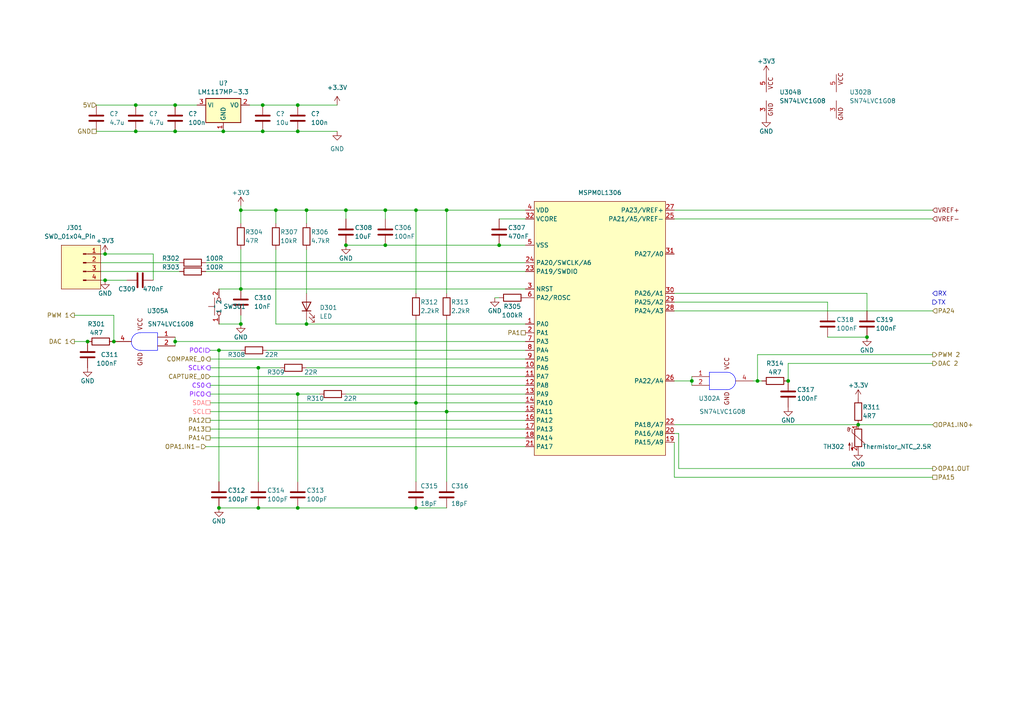
<source format=kicad_sch>
(kicad_sch (version 20230121) (generator eeschema)
  (paper "A4")
  (lib_symbols
    (symbol "+3.3V_1" (power) (pin_numbers hide) (pin_names (offset 0) hide)
      (property "Value" "+3.3V_1" (at 0 3.556 0))
      (symbol "+3.3V_1_0_1"
        (polyline (pts (xy -0.762 1.27) (xy 0 2.54)))
        (polyline (pts (xy 0 0) (xy 0 2.54)))
        (polyline (pts (xy 0 2.54) (xy 0.762 1.27)))
      )
      (symbol "+3.3V_1_1_1"
        (pin power_in line (at 0 0 90) (length 0) hide (name "+3.3V") (number "1"))
      )
    )
    (symbol "00_Myself_Library:C_0603_470nF" (pin_numbers hide) (pin_names (offset 0.254))
      (property "Reference" "C" (at -3.683 7.112 0))
      (property "Value" "470nF" (at -3.81 5.08 0))
      (symbol "C_0603_470nF_0_1"
        (polyline (pts (xy -0.762 2.032) (xy -0.762 -2.032)) (stroke (width 0.508)))
        (polyline (pts (xy 0.762 2.032) (xy 0.762 -2.032)) (stroke (width 0.508)))
      )
      (symbol "C_0603_470nF_1_1"
        (pin passive line (at 3.81 0 180) (length 2.794) (name "~") (number "1"))
        (pin passive line (at -3.81 0 0) (length 2.794) (name "~") (number "2"))
      )
    )
    (symbol "00_Myself_Library:C_0805_100nF" (pin_numbers hide) (pin_names (offset 0) hide)
      (property "Reference" "C" (at -2.54 6.35 0))
      (property "Value" "100nF" (at 0 3.81 0))
      (symbol "C_0805_100nF_0_1"
        (polyline (pts (xy -0.762 2.032) (xy -0.762 -2.032)) (stroke (width 0.508)))
        (polyline (pts (xy 0.762 2.032) (xy 0.762 -2.032)) (stroke (width 0.508)))
      )
      (symbol "C_0805_100nF_1_1"
        (pin passive line (at 3.81 0 180) (length 2.794) (name "~") (number "1"))
        (pin passive line (at -3.81 0 0) (length 2.794) (name "~") (number "2"))
      )
    )
    (symbol "00_Myself_Library:C_0805_100pF" (pin_numbers hide) (pin_names (offset 0) hide)
      (property "Reference" "C" (at -2.54 8.89 0))
      (property "Value" "100pF" (at 0 6.35 0))
      (symbol "C_0805_100pF_0_1"
        (polyline (pts (xy -0.762 2.032) (xy -0.762 -2.032)) (stroke (width 0.508)))
        (polyline (pts (xy 0.762 2.032) (xy 0.762 -2.032)) (stroke (width 0.508)))
      )
      (symbol "C_0805_100pF_1_1"
        (pin passive line (at 3.81 0 180) (length 2.794) (name "~") (number "1"))
        (pin passive line (at -3.81 0 0) (length 2.794) (name "~") (number "2"))
      )
    )
    (symbol "00_Myself_Library:C_0805_10nF" (pin_numbers hide) (pin_names (offset 0) hide)
      (property "Reference" "C" (at -2.54 8.89 0))
      (property "Value" "10nF" (at 0 6.35 0))
      (symbol "C_0805_10nF_0_1"
        (polyline (pts (xy -0.762 2.032) (xy -0.762 -2.032)) (stroke (width 0.508)))
        (polyline (pts (xy 0.762 2.032) (xy 0.762 -2.032)) (stroke (width 0.508)))
      )
      (symbol "C_0805_10nF_1_1"
        (pin passive line (at 3.81 0 180) (length 2.794) (name "~") (number "1"))
        (pin passive line (at -3.81 0 0) (length 2.794) (name "~") (number "2"))
      )
    )
    (symbol "00_Myself_Library:C_0805_10uF" (pin_numbers hide) (pin_names (offset 0) hide)
      (property "Reference" "C" (at -2.54 6.35 0))
      (property "Value" "C_10uF" (at 0 3.81 0))
      (symbol "C_0805_10uF_0_1"
        (polyline (pts (xy -0.762 2.032) (xy -0.762 -2.032)) (stroke (width 0.508)))
        (polyline (pts (xy 0.762 2.032) (xy 0.762 -2.032)) (stroke (width 0.508)))
      )
      (symbol "C_0805_10uF_1_1"
        (pin passive line (at 3.81 0 180) (length 2.794) (name "~") (number "1"))
        (pin passive line (at -3.81 0 0) (length 2.794) (name "~") (number "2"))
      )
    )
    (symbol "00_Myself_Library:C_0805_18pF" (pin_numbers hide) (pin_names (offset 0) hide)
      (property "Reference" "C" (at -2.54 8.89 0))
      (property "Value" "18pF" (at 0 6.35 0))
      (symbol "C_0805_18pF_0_1"
        (polyline (pts (xy -0.762 2.032) (xy -0.762 -2.032)) (stroke (width 0.508)))
        (polyline (pts (xy 0.762 2.032) (xy 0.762 -2.032)) (stroke (width 0.508)))
      )
      (symbol "C_0805_18pF_1_1"
        (pin passive line (at 3.81 0 180) (length 2.794) (name "~") (number "1"))
        (pin passive line (at -3.81 0 0) (length 2.794) (name "~") (number "2"))
      )
    )
    (symbol "00_Myself_Library:LED" (pin_numbers hide) (pin_names (offset 1.016) hide)
      (property "Reference" "D" (at 0 2.54 0))
      (property "Value" "LED" (at 0 -2.54 0))
      (symbol "LED_0_1"
        (polyline (pts (xy -1.27 -1.27) (xy -1.27 1.27)) (stroke (width 0.254)))
        (polyline (pts (xy -1.27 0) (xy 1.27 0)))
        (polyline (pts (xy 1.27 -1.27) (xy 1.27 1.27) (xy -1.27 0) (xy 1.27 -1.27)) (stroke (width 0.254)))
        (polyline (pts (xy -3.048 -0.762) (xy -4.572 -2.286) (xy -3.81 -2.286) (xy -4.572 -2.286) (xy -4.572 -1.524)))
        (polyline (pts (xy -1.778 -0.762) (xy -3.302 -2.286) (xy -2.54 -2.286) (xy -3.302 -2.286) (xy -3.302 -1.524)))
      )
      (symbol "LED_1_1"
        (pin passive line (at -3.81 0 0) (length 2.54) (name "K") (number "1"))
        (pin passive line (at 3.81 0 180) (length 2.54) (name "A") (number "2"))
      )
    )
    (symbol "00_Myself_Library:MCU_MSPM0L1306"
      (property "Value" "MSPM0L1306" (at 0 40.64 0))
      (symbol "MCU_MSPM0L1306_1_0"
        (pin input line (at -21.59 20.32 0) (length 2.54) (name "PA20/SWCLK/A6") (number "24"))
      )
      (symbol "MCU_MSPM0L1306_1_1"
        (rectangle (start -19.05 38.1) (end 19.05 -35.56) (fill (type background)))
        (pin passive line (at -21.59 2.54 0) (length 2.54) (name "PA0") (number "1"))
        (pin passive line (at -21.59 -10.16 0) (length 2.54) (name "PA6") (number "10"))
        (pin passive line (at -21.59 -12.7 0) (length 2.54) (name "PA7") (number "11"))
        (pin passive line (at -21.59 -15.24 0) (length 2.54) (name "PA8") (number "12"))
        (pin passive line (at -21.59 -17.78 0) (length 2.54) (name "PA9") (number "13"))
        (pin passive line (at -21.59 -20.32 0) (length 2.54) (name "PA10") (number "14"))
        (pin passive line (at -21.59 -22.86 0) (length 2.54) (name "PA11") (number "15"))
        (pin passive line (at -21.59 -25.4 0) (length 2.54) (name "PA12") (number "16"))
        (pin passive line (at -21.59 -27.94 0) (length 2.54) (name "PA13") (number "17"))
        (pin passive line (at -21.59 -30.48 0) (length 2.54) (name "PA14") (number "18"))
        (pin passive line (at 21.59 -31.75 180) (length 2.54) (name "PA15/A9") (number "19"))
        (pin passive line (at -21.59 0 0) (length 2.54) (name "PA1") (number "2"))
        (pin passive line (at 21.59 -29.21 180) (length 2.54) (name "PA16/A8") (number "20"))
        (pin passive line (at -21.59 -33.02 0) (length 2.54) (name "PA17") (number "21"))
        (pin passive line (at 21.59 -26.67 180) (length 2.54) (name "PA18/A7") (number "22"))
        (pin bidirectional line (at -21.59 17.78 0) (length 2.54) (name "PA19/SWDIO") (number "23"))
        (pin passive line (at 21.59 33.02 180) (length 2.54) (name "PA21/A5/VREF-") (number "25"))
        (pin passive line (at 21.59 -13.97 180) (length 2.54) (name "PA22/A4") (number "26"))
        (pin passive line (at 21.59 35.56 180) (length 2.54) (name "PA23/VREF+") (number "27"))
        (pin passive line (at 21.59 6.35 180) (length 2.54) (name "PA24/A3") (number "28"))
        (pin passive line (at 21.59 8.89 180) (length 2.54) (name "PA25/A2") (number "29"))
        (pin input line (at -21.59 12.7 0) (length 2.54) (name "NRST") (number "3"))
        (pin passive line (at 21.59 11.43 180) (length 2.54) (name "PA26/A1") (number "30"))
        (pin passive line (at 21.59 22.86 180) (length 2.54) (name "PA27/A0") (number "31"))
        (pin power_in line (at -21.59 33.02 0) (length 2.54) (name "VCORE") (number "32"))
        (pin power_in line (at -21.59 35.56 0) (length 2.54) (name "VDD") (number "4"))
        (pin passive line (at -21.59 25.4 0) (length 2.54) (name "VSS") (number "5"))
        (pin output line (at -21.59 10.16 0) (length 2.54) (name "PA2/ROSC") (number "6"))
        (pin passive line (at -21.59 -2.54 0) (length 2.54) (name "PA3") (number "7"))
        (pin passive line (at -21.59 -5.08 0) (length 2.54) (name "PA4") (number "8"))
        (pin passive line (at -21.59 -7.62 0) (length 2.54) (name "PA5") (number "9"))
      )
    )
    (symbol "00_Myself_Library:R_0805_100R" (pin_numbers hide) (pin_names hide)
      (property "Reference" "R" (at -2.54 5.08 0))
      (property "Value" "R_100R" (at -1.27 2.54 0))
      (symbol "R_0805_100R_0_1"
        (rectangle (start -2.54 1.016) (end 2.54 -1.016) (stroke (width 0.254)))
      )
      (symbol "R_0805_100R_1_1"
        (pin passive line (at 3.81 0 180) (length 1.27) (name "~") (number "1"))
        (pin passive line (at -3.81 0 0) (length 1.27) (name "~") (number "2"))
      )
    )
    (symbol "00_Myself_Library:R_0805_100kR" (pin_numbers hide) (pin_names hide)
      (property "Reference" "R" (at -2.54 5.08 0))
      (property "Value" "100kR" (at 0 2.54 0))
      (symbol "R_0805_100kR_0_1"
        (rectangle (start -2.54 1.016) (end 2.54 -1.016) (stroke (width 0.254)))
      )
      (symbol "R_0805_100kR_1_1"
        (pin passive line (at 3.81 0 180) (length 1.27) (name "~") (number "1"))
        (pin passive line (at -3.81 0 0) (length 1.27) (name "~") (number "2"))
      )
    )
    (symbol "00_Myself_Library:R_0805_10kR" (pin_numbers hide) (pin_names hide)
      (property "Reference" "R" (at -2.54 5.08 0))
      (property "Value" "10kR" (at -1.27 2.54 0))
      (symbol "R_0805_10kR_0_1"
        (rectangle (start -2.54 1.016) (end 2.54 -1.016) (stroke (width 0.254)))
      )
      (symbol "R_0805_10kR_1_1"
        (pin passive line (at 3.81 0 180) (length 1.27) (name "~") (number "1"))
        (pin passive line (at -3.81 0 0) (length 1.27) (name "~") (number "2"))
      )
    )
    (symbol "00_Myself_Library:R_0805_2.2kR" (pin_numbers hide) (pin_names hide)
      (property "Reference" "R" (at -2.54 5.08 0))
      (property "Value" "2.2kR" (at -1.27 2.54 0))
      (symbol "R_0805_2.2kR_0_1"
        (rectangle (start -2.54 1.016) (end 2.54 -1.016) (stroke (width 0.254)))
      )
      (symbol "R_0805_2.2kR_1_1"
        (pin passive line (at 3.81 0 180) (length 1.27) (name "~") (number "1"))
        (pin passive line (at -3.81 0 0) (length 1.27) (name "~") (number "2"))
      )
    )
    (symbol "00_Myself_Library:R_0805_22R" (pin_numbers hide) (pin_names hide)
      (property "Reference" "R" (at -2.54 5.08 0))
      (property "Value" "22R" (at -1.27 2.54 0))
      (symbol "R_0805_22R_0_1"
        (rectangle (start -2.54 1.016) (end 2.54 -1.016) (stroke (width 0.254)))
      )
      (symbol "R_0805_22R_1_1"
        (pin passive line (at 3.81 0 180) (length 1.27) (name "~") (number "1"))
        (pin passive line (at -3.81 0 0) (length 1.27) (name "~") (number "2"))
      )
    )
    (symbol "00_Myself_Library:R_0805_4.7kR" (pin_numbers hide) (pin_names hide)
      (property "Reference" "R" (at -2.54 5.08 0))
      (property "Value" "4.7kR" (at -1.27 2.54 0))
      (symbol "R_0805_4.7kR_0_1"
        (rectangle (start -2.54 1.016) (end 2.54 -1.016) (stroke (width 0.254)))
      )
      (symbol "R_0805_4.7kR_1_1"
        (pin passive line (at 3.81 0 180) (length 1.27) (name "~") (number "1"))
        (pin passive line (at -3.81 0 0) (length 1.27) (name "~") (number "2"))
      )
    )
    (symbol "00_Myself_Library:R_0805_47R" (pin_numbers hide) (pin_names hide)
      (property "Reference" "R" (at -2.54 5.08 0))
      (property "Value" "47R" (at -1.27 2.54 0))
      (symbol "R_0805_47R_0_1"
        (rectangle (start -2.54 1.016) (end 2.54 -1.016) (stroke (width 0.254)))
      )
      (symbol "R_0805_47R_1_1"
        (pin passive line (at 3.81 0 180) (length 1.27) (name "~") (number "1"))
        (pin passive line (at -3.81 0 0) (length 1.27) (name "~") (number "2"))
      )
    )
    (symbol "00_Myself_Library:R_0805_4R7" (pin_numbers hide) (pin_names hide)
      (property "Reference" "R" (at -2.54 5.08 0))
      (property "Value" "4R7" (at -1.27 2.54 0))
      (symbol "R_0805_4R7_0_1"
        (rectangle (start -2.54 1.016) (end 2.54 -1.016) (stroke (width 0.254)))
      )
      (symbol "R_0805_4R7_1_1"
        (pin passive line (at 3.81 0 180) (length 1.27) (name "~") (number "1"))
        (pin passive line (at -3.81 0 0) (length 1.27) (name "~") (number "2"))
      )
    )
    (symbol "00_Myself_Library:SN74LVC1G08" (pin_names hide)
      (property "Reference" "U" (at -1.27 0 0))
      (property "Value" "SN74LVC1G08" (at -1.27 8.89 0))
      (symbol "SN74LVC1G08_0_1"
        (text "GND" (at 1.27 -5.08 900) (effects (font (size 1.27 1.27))))
        (text "VCC" (at 1.27 5.08 900) (effects (font (size 1.27 1.27))))
      )
      (symbol "SN74LVC1G08_1_1"
        (polyline (pts (xy 1.27 2.54) (xy -3.81 2.54) (xy -3.81 -2.54) (xy 1.27 -2.54)) (stroke (width 0) (color 0 0 255 1)) (fill (type color) (color 255 255 255 1)))
        (arc (start 1.27 -2.54) (mid 3.0618 -1.7918) (end 3.81 0) (stroke (width 0) (color 0 0 255 1)) (fill (type color) (color 255 255 255 1)))
        (arc (start 3.81 0) (mid 3.0661 1.7961) (end 1.27 2.54) (stroke (width 0) (color 0 0 255 1)) (fill (type color) (color 255 255 255 1)))
        (pin input line (at -8.89 1.27 0) (length 5.08) (name "~") (number "1"))
        (pin input line (at -8.89 -1.27 0) (length 5.08) (name "~") (number "2"))
        (pin output line (at 8.89 0 180) (length 5.08) (name "~") (number "4"))
      )
      (symbol "SN74LVC1G08_2_1"
        (pin passive line (at 0 -6.35 90) (length 5.08) (name "GND") (number "3"))
        (pin power_in line (at 0 6.35 270) (length 5.08) (name "VCC") (number "5"))
      )
    )
    (symbol "00_Myself_Library:SWD_01x04_Pin" (pin_names (offset 1.016) hide)
      (property "Reference" "J201" (at -1.27 11.43 0))
      (property "Value" "SWD_01x04_Pin" (at 0 8.89 0))
      (symbol "SWD_01x04_Pin_1_1"
        (rectangle (start -6.35 5.08) (end 5.08 -7.62) (fill (type background)))
        (polyline (pts (xy 1.27 -5.08) (xy 0.8636 -5.08)) (stroke (width 0.1524)))
        (polyline (pts (xy 1.27 -2.54) (xy 0.8636 -2.54)) (stroke (width 0.1524)))
        (polyline (pts (xy 1.27 0) (xy 0.8636 0)) (stroke (width 0.1524)))
        (polyline (pts (xy 1.27 2.54) (xy 0.8636 2.54)) (stroke (width 0.1524)))
        (rectangle (start 0.8636 -4.953) (end 0 -5.207) (stroke (width 0.1524)) (fill (type outline)))
        (rectangle (start 0.8636 -2.413) (end 0 -2.667) (stroke (width 0.1524)) (fill (type outline)))
        (rectangle (start 0.8636 0.127) (end 0 -0.127) (stroke (width 0.1524)) (fill (type outline)))
        (rectangle (start 0.8636 2.667) (end 0 2.413) (stroke (width 0.1524)) (fill (type outline)))
        (pin passive line (at 5.08 2.54 180) (length 3.81) (name "Pin_1") (number "1"))
        (pin passive line (at 5.08 0 180) (length 3.81) (name "Pin_2") (number "2"))
        (pin passive line (at 5.08 -2.54 180) (length 3.81) (name "Pin_3") (number "3"))
        (pin passive line (at 5.08 -5.08 180) (length 3.81) (name "Pin_4") (number "4"))
      )
    )
    (symbol "00_Myself_Library:Switch"
      (property "Reference" "SW" (at 0 3.81 0))
      (symbol "Switch_0_1"
        (circle (center -2.032 -1.27) (radius 0.508))
        (polyline (pts (xy 0 0) (xy 0 1.778)))
        (polyline (pts (xy 2.54 0) (xy -2.54 0)))
        (circle (center 2.032 -1.27) (radius 0.508))
        (pin passive line (at -5.08 -1.27 0) (length 2.54) (name "1") (number "1"))
        (pin passive line (at 5.08 -1.27 180) (length 2.54) (name "2") (number "2"))
      )
    )
    (symbol "00_Myself_Library:Thermistor_NTC_2.5R"
      (property "Reference" "TH" (at -5.08 5.08 0))
      (property "Value" "Thermistor_NTC_2.5R" (at -12.7 2.54 0))
      (symbol "Thermistor_NTC_2.5R_0_1"
        (arc (start -3.048 5.969) (mid -3.0505 6.1265) (end -3.175 6.223))
        (arc (start -3.048 5.969) (mid -2.9736 5.7894) (end -2.794 5.715))
        (arc (start -3.048 6.604) (mid -2.9736 6.4244) (end -2.794 6.35))
        (arc (start -2.794 5.715) (mid -2.6144 5.7894) (end -2.54 5.969))
        (arc (start -2.794 6.35) (mid -2.434 6.3708) (end -2.159 6.604))
        (arc (start -2.794 6.858) (mid -2.9736 6.7836) (end -3.048 6.604))
        (arc (start -2.54 6.604) (mid -2.6144 6.7836) (end -2.794 6.858))
        (rectangle (start -1.016 6.35) (end 1.016 1.27) (stroke (width 0.254)))
        (polyline (pts (xy -2.54 5.969) (xy -2.54 6.604)))
        (polyline (pts (xy -1.778 6.35) (xy -1.778 5.334) (xy 1.778 2.286) (xy 1.778 1.27)))
        (polyline (pts (xy -2.54 0.127) (xy -2.54 2.413) (xy -2.794 1.651) (xy -2.286 1.651) (xy -2.54 2.413) (xy -2.54 2.159)) (fill (type outline)))
        (polyline (pts (xy -1.778 2.413) (xy -1.778 0.127) (xy -2.032 0.889) (xy -1.524 0.889) (xy -1.778 0.127) (xy -1.778 0.381)) (fill (type outline)))
      )
      (symbol "Thermistor_NTC_2.5R_1_1"
        (pin passive line (at 0 7.62 270) (length 1.27) (name "~") (number "1"))
        (pin passive line (at 0 0 90) (length 1.27) (name "~") (number "2"))
      )
    )
    (symbol "C_0805_100nF_1" (pin_numbers hide) (pin_names (offset 0) hide)
      (property "Reference" "C" (at -2.54 8.89 0))
      (property "Value" "100nF" (at 0 6.35 0))
      (symbol "C_0805_100nF_1_0_1"
        (polyline (pts (xy -0.762 2.032) (xy -0.762 -2.032)) (stroke (width 0.508)))
        (polyline (pts (xy 0.762 2.032) (xy 0.762 -2.032)) (stroke (width 0.508)))
      )
      (symbol "C_0805_100nF_1_1_1"
        (pin passive line (at 3.81 0 180) (length 2.794) (name "~") (number "1"))
        (pin passive line (at -3.81 0 0) (length 2.794) (name "~") (number "2"))
      )
    )
    (symbol "C_0805_100nF_2" (pin_numbers hide) (pin_names (offset 0) hide)
      (property "Reference" "C" (at -2.54 8.89 0))
      (property "Value" "100nF" (at 0 6.35 0))
      (symbol "C_0805_100nF_2_0_1"
        (polyline (pts (xy -0.762 2.032) (xy -0.762 -2.032)) (stroke (width 0.508)))
        (polyline (pts (xy 0.762 2.032) (xy 0.762 -2.032)) (stroke (width 0.508)))
      )
      (symbol "C_0805_100nF_2_1_1"
        (pin passive line (at 3.81 0 180) (length 2.794) (name "~") (number "1"))
        (pin passive line (at -3.81 0 0) (length 2.794) (name "~") (number "2"))
      )
    )
    (symbol "C_0805_100nF_3" (pin_numbers hide) (pin_names (offset 0) hide)
      (property "Reference" "C" (at -2.54 8.89 0))
      (property "Value" "100nF" (at 0 6.35 0))
      (symbol "C_0805_100nF_3_0_1"
        (polyline (pts (xy -0.762 2.032) (xy -0.762 -2.032)) (stroke (width 0.508)))
        (polyline (pts (xy 0.762 2.032) (xy 0.762 -2.032)) (stroke (width 0.508)))
      )
      (symbol "C_0805_100nF_3_1_1"
        (pin passive line (at 3.81 0 180) (length 2.794) (name "~") (number "1"))
        (pin passive line (at -3.81 0 0) (length 2.794) (name "~") (number "2"))
      )
    )
    (symbol "C_0805_100nF_4" (pin_numbers hide) (pin_names (offset 0) hide)
      (property "Reference" "C" (at -2.54 8.89 0))
      (property "Value" "100nF" (at 0 6.35 0))
      (symbol "C_0805_100nF_4_0_1"
        (polyline (pts (xy -0.762 2.032) (xy -0.762 -2.032)) (stroke (width 0.508)))
        (polyline (pts (xy 0.762 2.032) (xy 0.762 -2.032)) (stroke (width 0.508)))
      )
      (symbol "C_0805_100nF_4_1_1"
        (pin passive line (at 3.81 0 180) (length 2.794) (name "~") (number "1"))
        (pin passive line (at -3.81 0 0) (length 2.794) (name "~") (number "2"))
      )
    )
    (symbol "Device:C" (pin_numbers hide) (pin_names (offset 0.254))
      (property "Reference" "C" (at 0.635 2.54 0))
      (property "Value" "C" (at 0.635 -2.54 0))
      (symbol "C_0_1"
        (polyline (pts (xy -2.032 -0.762) (xy 2.032 -0.762)) (stroke (width 0.508)))
        (polyline (pts (xy -2.032 0.762) (xy 2.032 0.762)) (stroke (width 0.508)))
      )
      (symbol "C_1_1"
        (pin passive line (at 0 3.81 270) (length 2.794) (name "~") (number "1"))
        (pin passive line (at 0 -3.81 90) (length 2.794) (name "~") (number "2"))
      )
    )
    (symbol "GND_1" (power) (pin_numbers hide) (pin_names (offset 0) hide)
      (property "Value" "GND_1" (at 0 -3.81 0))
      (symbol "GND_1_0_1"
        (polyline (pts (xy 0 0) (xy 0 -1.27) (xy 1.27 -1.27) (xy 0 -2.54) (xy -1.27 -1.27) (xy 0 -1.27)))
      )
      (symbol "GND_1_1_1"
        (pin power_in line (at 0 0 270) (length 0) hide (name "GND") (number "1"))
      )
    )
    (symbol "GND_2" (power) (pin_numbers hide) (pin_names (offset 0) hide)
      (property "Value" "GND_2" (at 0 -3.81 0))
      (symbol "GND_2_0_1"
        (polyline (pts (xy 0 0) (xy 0 -1.27) (xy 1.27 -1.27) (xy 0 -2.54) (xy -1.27 -1.27) (xy 0 -1.27)))
      )
      (symbol "GND_2_1_1"
        (pin power_in line (at 0 0 270) (length 0) hide (name "GND") (number "1"))
      )
    )
    (symbol "R_0805_4R7_1" (pin_numbers hide) (pin_names hide)
      (property "Reference" "R" (at -2.54 5.08 0))
      (property "Value" "4R7" (at -1.27 2.54 0))
      (symbol "R_0805_4R7_1_0_1"
        (rectangle (start -2.54 1.016) (end 2.54 -1.016) (stroke (width 0.254)))
      )
      (symbol "R_0805_4R7_1_1_1"
        (pin passive line (at 3.81 0 180) (length 1.27) (name "~") (number "1"))
        (pin passive line (at -3.81 0 0) (length 1.27) (name "~") (number "2"))
      )
    )
    (symbol "Regulator_Linear:LM1117MP-3.3"
      (property "Reference" "U" (at -3.81 3.175 0))
      (property "Value" "LM1117MP-3.3" (at 0 3.175 0))
      (symbol "LM1117MP-3.3_0_1"
        (rectangle (start -5.08 -5.08) (end 5.08 1.905) (stroke (width 0.254)) (fill (type background)))
      )
      (symbol "LM1117MP-3.3_1_1"
        (pin power_in line (at 0 -7.62 90) (length 2.54) (name "GND") (number "1"))
        (pin power_out line (at 7.62 0 180) (length 2.54) (name "VO") (number "2"))
        (pin power_in line (at -7.62 0 0) (length 2.54) (name "VI") (number "3"))
      )
    )
    (symbol "SN74LVC1G08_2" (pin_names hide)
      (property "Reference" "U" (at -1.27 0 0))
      (property "Value" "SN74LVC1G08" (at -1.27 8.89 0))
      (symbol "SN74LVC1G08_2_0_1"
        (text "GND" (at 1.27 -3.81 900) (effects (font (size 1.27 1.27))))
        (text "VCC" (at 1.27 3.81 900) (effects (font (size 1.27 1.27))))
      )
      (symbol "SN74LVC1G08_2_1_1"
        (polyline (pts (xy 1.27 2.54) (xy -3.81 2.54) (xy -3.81 -2.54) (xy 1.27 -2.54)) (stroke (width 0) (color 0 0 255 1)) (fill (type color) (color 255 255 255 1)))
        (arc (start 1.27 -2.54) (mid 3.0618 -1.7918) (end 3.81 0) (stroke (width 0) (color 0 0 255 1)) (fill (type color) (color 255 255 255 1)))
        (arc (start 3.81 0) (mid 3.0661 1.7961) (end 1.27 2.54) (stroke (width 0) (color 0 0 255 1)) (fill (type color) (color 255 255 255 1)))
        (pin input line (at -8.89 1.27 0) (length 5.08) (name "~") (number "1"))
        (pin input line (at -8.89 -1.27 0) (length 5.08) (name "~") (number "2"))
        (pin output line (at 8.89 0 180) (length 5.08) (name "~") (number "4"))
      )
      (symbol "SN74LVC1G08_2_2_1"
        (pin passive line (at 0 -6.35 90) (length 5.08) (name "GND") (number "3"))
        (pin power_in line (at 0 6.35 270) (length 5.08) (name "VCC") (number "5"))
      )
    )
    (symbol "SN74LVC1G08_3" (pin_names hide)
      (property "Reference" "U" (at -1.27 0 0))
      (property "Value" "SN74LVC1G08" (at -1.27 8.89 0))
      (symbol "SN74LVC1G08_3_0_1"
        (text "GND" (at 1.27 -5.08 900) (effects (font (size 1.27 1.27))))
        (text "VCC\n" (at 1.27 5.08 900) (effects (font (size 1.27 1.27))))
      )
      (symbol "SN74LVC1G08_3_1_1"
        (polyline (pts (xy 1.27 2.54) (xy -3.81 2.54) (xy -3.81 -2.54) (xy 1.27 -2.54)) (stroke (width 0) (color 0 0 255 1)) (fill (type color) (color 255 255 255 1)))
        (arc (start 1.27 -2.54) (mid 3.0618 -1.7918) (end 3.81 0) (stroke (width 0) (color 0 0 255 1)) (fill (type color) (color 255 255 255 1)))
        (arc (start 3.81 0) (mid 3.0661 1.7961) (end 1.27 2.54) (stroke (width 0) (color 0 0 255 1)) (fill (type color) (color 255 255 255 1)))
        (pin input line (at -8.89 1.27 0) (length 5.08) (name "~") (number "1"))
        (pin input line (at -8.89 -1.27 0) (length 5.08) (name "~") (number "2"))
        (pin output line (at 8.89 0 180) (length 5.08) (name "~") (number "4"))
      )
      (symbol "SN74LVC1G08_3_2_1"
        (pin power_in line (at 0 -6.35 90) (length 5.08) (name "GND") (number "3"))
        (pin power_in line (at 0 6.35 270) (length 5.08) (name "VCC") (number "5"))
      )
    )
    (symbol "power:+3.3V" (power) (pin_names (offset 0))
      (property "Value" "+3.3V" (at 0 3.556 0))
      (symbol "+3.3V_0_1"
        (polyline (pts (xy -0.762 1.27) (xy 0 2.54)))
        (polyline (pts (xy 0 0) (xy 0 2.54)))
        (polyline (pts (xy 0 2.54) (xy 0.762 1.27)))
      )
      (symbol "+3.3V_1_1"
        (pin power_in line (at 0 0 90) (length 0) hide (name "+3.3V") (number "1"))
      )
    )
    (symbol "power:+3V3" (power) (pin_numbers hide) (pin_names (offset 0) hide)
      (property "Value" "+3V3" (at 0 3.556 0))
      (symbol "+3V3_0_1"
        (polyline (pts (xy -0.762 1.27) (xy 0 2.54)))
        (polyline (pts (xy 0 0) (xy 0 2.54)))
        (polyline (pts (xy 0 2.54) (xy 0.762 1.27)))
      )
      (symbol "+3V3_1_1"
        (pin power_in line (at 0 0 90) (length 0) hide (name "+3V3") (number "1"))
      )
    )
    (symbol "power:GND" (power) (pin_names (offset 0))
      (property "Value" "GND" (at 0 -3.81 0))
      (symbol "GND_0_1"
        (polyline (pts (xy 0 0) (xy 0 -1.27) (xy 1.27 -1.27) (xy 0 -2.54) (xy -1.27 -1.27) (xy 0 -1.27)))
      )
      (symbol "GND_1_1"
        (pin power_in line (at 0 0 270) (length 0) hide (name "GND") (number "1"))
      )
    )
  )
  (junction (at 111.76 71.12))
  (junction (at 100.33 71.12))
  (junction (at 86.36 114.3))
  (junction (at 74.93 147.32))
  (junction (at 86.36 147.32))
  (junction (at 30.48 73.66))
  (junction (at 219.71 110.49))
  (junction (at 86.36 38.1))
  (junction (at 25.4 99.06))
  (junction (at 80.01 60.96))
  (junction (at 63.5 147.32))
  (junction (at 100.33 60.96))
  (junction (at 129.54 119.38))
  (junction (at 111.76 60.96))
  (junction (at 30.48 81.28))
  (junction (at 251.46 97.79))
  (junction (at 120.65 60.96))
  (junction (at 129.54 60.96))
  (junction (at 50.8 30.48))
  (junction (at 76.2 38.1))
  (junction (at 88.9 93.98))
  (junction (at 39.37 38.1))
  (junction (at 88.9 60.96))
  (junction (at 200.66 110.49))
  (junction (at 64.77 38.1))
  (junction (at 63.5 101.6))
  (junction (at 69.85 60.96))
  (junction (at 76.2 30.48))
  (junction (at 50.8 99.06))
  (junction (at 74.93 106.68))
  (junction (at 248.92 123.19))
  (junction (at 69.85 83.82))
  (junction (at 39.37 30.48))
  (junction (at 144.78 71.12))
  (junction (at 50.8 38.1))
  (junction (at 33.02 99.06))
  (junction (at 228.6 110.49))
  (junction (at 120.65 147.32))
  (junction (at 86.36 30.48))
  (junction (at 69.85 93.98))
  (junction (at 120.65 116.84))
  (wire (pts (xy 129.54 119.38) (xy 129.54 92.71)))
  (wire (pts (xy 111.76 71.12) (xy 144.78 71.12)))
  (wire (pts (xy 120.65 116.84) (xy 120.65 139.7)))
  (wire (pts (xy 129.54 60.96) (xy 129.54 85.09)))
  (wire (pts (xy 195.58 87.63) (xy 240.03 87.63)))
  (wire (pts (xy 59.69 76.2) (xy 152.4 76.2)))
  (wire (pts (xy 39.37 30.48) (xy 50.8 30.48)))
  (wire (pts (xy 69.85 72.39) (xy 69.85 83.82)))
  (wire (pts (xy 63.5 147.32) (xy 74.93 147.32)))
  (wire (pts (xy 219.71 102.87) (xy 270.51 102.87)))
  (wire (pts (xy 219.71 110.49) (xy 220.98 110.49)))
  (wire (pts (xy 120.65 60.96) (xy 120.65 85.09)))
  (wire (pts (xy 228.6 110.49) (xy 228.6 105.41)))
  (wire (pts (xy 59.69 129.54) (xy 152.4 129.54)))
  (wire (pts (xy 69.85 59.69) (xy 69.85 60.96)))
  (wire (pts (xy 29.21 78.74) (xy 52.07 78.74)))
  (wire (pts (xy 111.76 60.96) (xy 111.76 63.5)))
  (wire (pts (xy 60.96 121.92) (xy 152.4 121.92)))
  (wire (pts (xy 60.96 104.14) (xy 152.4 104.14)))
  (wire (pts (xy 29.21 73.66) (xy 30.48 73.66)))
  (wire (pts (xy 30.48 81.28) (xy 36.83 81.28)))
  (wire (pts (xy 120.65 116.84) (xy 152.4 116.84)))
  (wire (pts (xy 80.01 93.98) (xy 88.9 93.98)))
  (wire (pts (xy 50.8 38.1) (xy 64.77 38.1)))
  (wire (pts (xy 80.01 72.39) (xy 80.01 93.98)))
  (wire (pts (xy 33.02 99.06) (xy 33.02 91.44)))
  (wire (pts (xy 120.65 60.96) (xy 129.54 60.96)))
  (wire (pts (xy 88.9 93.98) (xy 152.4 93.98)))
  (wire (pts (xy 144.78 71.12) (xy 152.4 71.12)))
  (wire (pts (xy 270.51 138.43) (xy 195.58 138.43)))
  (wire (pts (xy 63.5 101.6) (xy 63.5 139.7)))
  (wire (pts (xy 86.36 139.7) (xy 86.36 114.3)))
  (wire (pts (xy 60.96 116.84) (xy 120.65 116.84)))
  (wire (pts (xy 270.51 135.89) (xy 196.85 135.89)))
  (wire (pts (xy 80.01 60.96) (xy 80.01 64.77)))
  (wire (pts (xy 86.36 30.48) (xy 97.79 30.48)))
  (wire (pts (xy 100.33 71.12) (xy 111.76 71.12)))
  (wire (pts (xy 143.51 86.36) (xy 144.78 86.36)))
  (wire (pts (xy 64.77 38.1) (xy 76.2 38.1)))
  (wire (pts (xy 74.93 147.32) (xy 86.36 147.32)))
  (wire (pts (xy 60.96 109.22) (xy 152.4 109.22)))
  (wire (pts (xy 60.96 106.68) (xy 74.93 106.68)))
  (wire (pts (xy 195.58 90.17) (xy 270.51 90.17)))
  (wire (pts (xy 129.54 119.38) (xy 152.4 119.38)))
  (wire (pts (xy 100.33 60.96) (xy 100.33 63.5)))
  (wire (pts (xy 200.66 110.49) (xy 200.66 111.76)))
  (wire (pts (xy 129.54 60.96) (xy 152.4 60.96)))
  (wire (pts (xy 80.01 60.96) (xy 88.9 60.96)))
  (wire (pts (xy 29.21 81.28) (xy 30.48 81.28)))
  (wire (pts (xy 69.85 60.96) (xy 80.01 60.96)))
  (wire (pts (xy 76.2 30.48) (xy 86.36 30.48)))
  (wire (pts (xy 60.96 101.6) (xy 63.5 101.6)))
  (wire (pts (xy 219.71 102.87) (xy 219.71 110.49)))
  (wire (pts (xy 63.5 101.6) (xy 69.85 101.6)))
  (wire (pts (xy 270.51 123.19) (xy 248.92 123.19)))
  (wire (pts (xy 21.59 99.06) (xy 25.4 99.06)))
  (wire (pts (xy 129.54 139.7) (xy 129.54 119.38)))
  (wire (pts (xy 100.33 60.96) (xy 111.76 60.96)))
  (wire (pts (xy 50.8 99.06) (xy 50.8 97.79)))
  (wire (pts (xy 60.96 111.76) (xy 152.4 111.76)))
  (wire (pts (xy 74.93 106.68) (xy 81.28 106.68)))
  (wire (pts (xy 60.96 114.3) (xy 86.36 114.3)))
  (wire (pts (xy 69.85 83.82) (xy 152.4 83.82)))
  (wire (pts (xy 21.59 91.44) (xy 33.02 91.44)))
  (wire (pts (xy 240.03 90.17) (xy 240.03 87.63)))
  (wire (pts (xy 60.96 127) (xy 152.4 127)))
  (wire (pts (xy 27.94 30.48) (xy 39.37 30.48)))
  (wire (pts (xy 120.65 92.71) (xy 120.65 116.84)))
  (wire (pts (xy 44.45 73.66) (xy 44.45 81.28)))
  (wire (pts (xy 39.37 38.1) (xy 50.8 38.1)))
  (wire (pts (xy 218.44 110.49) (xy 219.71 110.49)))
  (wire (pts (xy 240.03 97.79) (xy 251.46 97.79)))
  (wire (pts (xy 72.39 30.48) (xy 76.2 30.48)))
  (wire (pts (xy 69.85 91.44) (xy 69.85 93.98)))
  (wire (pts (xy 195.58 125.73) (xy 196.85 125.73)))
  (wire (pts (xy 195.58 85.09) (xy 251.46 85.09)))
  (wire (pts (xy 228.6 105.41) (xy 270.51 105.41)))
  (wire (pts (xy 63.5 83.82) (xy 69.85 83.82)))
  (wire (pts (xy 50.8 99.06) (xy 50.8 100.33)))
  (wire (pts (xy 30.48 73.66) (xy 44.45 73.66)))
  (wire (pts (xy 152.4 63.5) (xy 144.78 63.5)))
  (wire (pts (xy 111.76 60.96) (xy 120.65 60.96)))
  (wire (pts (xy 88.9 106.68) (xy 152.4 106.68)))
  (wire (pts (xy 29.21 76.2) (xy 52.07 76.2)))
  (wire (pts (xy 77.47 101.6) (xy 152.4 101.6)))
  (wire (pts (xy 27.94 38.1) (xy 39.37 38.1)))
  (wire (pts (xy 60.96 119.38) (xy 129.54 119.38)))
  (wire (pts (xy 63.5 93.98) (xy 69.85 93.98)))
  (wire (pts (xy 195.58 138.43) (xy 195.58 128.27)))
  (wire (pts (xy 50.8 30.48) (xy 57.15 30.48)))
  (wire (pts (xy 120.65 147.32) (xy 129.54 147.32)))
  (wire (pts (xy 100.33 114.3) (xy 152.4 114.3)))
  (wire (pts (xy 200.66 109.22) (xy 200.66 110.49)))
  (wire (pts (xy 88.9 72.39) (xy 88.9 85.09)))
  (wire (pts (xy 88.9 60.96) (xy 100.33 60.96)))
  (wire (pts (xy 270.51 63.5) (xy 195.58 63.5)))
  (wire (pts (xy 74.93 139.7) (xy 74.93 106.68)))
  (wire (pts (xy 59.69 78.74) (xy 152.4 78.74)))
  (wire (pts (xy 270.51 60.96) (xy 195.58 60.96)))
  (wire (pts (xy 76.2 38.1) (xy 86.36 38.1)))
  (wire (pts (xy 195.58 110.49) (xy 200.66 110.49)))
  (wire (pts (xy 88.9 92.71) (xy 88.9 93.98)))
  (wire (pts (xy 251.46 90.17) (xy 251.46 85.09)))
  (wire (pts (xy 60.96 124.46) (xy 152.4 124.46)))
  (wire (pts (xy 86.36 147.32) (xy 120.65 147.32)))
  (wire (pts (xy 86.36 114.3) (xy 92.71 114.3)))
  (wire (pts (xy 195.58 123.19) (xy 248.92 123.19)))
  (wire (pts (xy 50.8 99.06) (xy 152.4 99.06)))
  (wire (pts (xy 86.36 38.1) (xy 97.79 38.1)))
  (wire (pts (xy 196.85 135.89) (xy 196.85 125.73)))
  (wire (pts (xy 88.9 60.96) (xy 88.9 64.77)))
  (wire (pts (xy 69.85 60.96) (xy 69.85 64.77)))
  (hierarchical_label "RX" (shape input) (at 270.51 85.09 0))
  (hierarchical_label "PA1" (shape passive) (at 152.4 96.52 180))
  (hierarchical_label "VREF-" (shape input) (at 270.51 63.5 0))
  (hierarchical_label "CAPTURE_0" (shape input) (at 60.96 109.22 180))
  (hierarchical_label "DAC 1" (shape output) (at 21.59 99.06 180))
  (hierarchical_label "OPA1.IN0+" (shape input) (at 270.51 123.19 0))
  (hierarchical_label "TX" (shape output) (at 270.51 87.63 0))
  (hierarchical_label "PWM 1" (shape output) (at 21.59 91.44 180))
  (hierarchical_label "PA15" (shape passive) (at 270.51 138.43 0))
  (hierarchical_label "POCI" (shape input) (at 60.96 101.6 180))
  (hierarchical_label "CS0" (shape output) (at 60.96 111.76 180))
  (hierarchical_label "PA14" (shape passive) (at 60.96 127 180))
  (hierarchical_label "OPA1.OUT" (shape output) (at 270.51 135.89 0))
  (hierarchical_label "COMPARE_0" (shape output) (at 60.96 104.14 180))
  (hierarchical_label "DAC 2" (shape output) (at 270.51 105.41 0))
  (hierarchical_label "SDA" (shape passive) (at 60.96 116.84 180))
  (hierarchical_label "GND" (shape passive) (at 27.94 38.1 180))
  (hierarchical_label "OPA1.IN1-" (shape input) (at 59.69 129.54 180))
  (hierarchical_label "PWM 2" (shape output) (at 270.51 102.87 0))
  (hierarchical_label "PA13" (shape passive) (at 60.96 124.46 180))
  (hierarchical_label "SCLK" (shape output) (at 60.96 106.68 180))
  (hierarchical_label "SCL" (shape passive) (at 60.96 119.38 180))
  (hierarchical_label "PICO" (shape output) (at 60.96 114.3 180))
  (hierarchical_label "PA12" (shape passive) (at 60.96 121.92 180))
  (hierarchical_label "VREF+" (shape input) (at 270.51 60.96 0))
  (hierarchical_label "PA24" (shape input) (at 270.51 90.17 0))
  (hierarchical_label "5V" (shape input) (at 27.94 30.48 180))
  (symbol (lib_id "00_Myself_Library:SN74LVC1G08") (at 242.57 27.94 0) (unit 2)
    (property "Reference" "U302" (at 246.38 26.7304 0) (effects (justify left)))
    (property "Value" "SN74LVC1G08" (at 246.38 29.2704 0) (effects (justify left)))
    (property "Footprint" "Package_TO_SOT_SMD:SOT-23-5" (effects hide))
    (property "Datasheet" "2711-1G08DR01" (effects hide))
  )
  (symbol (lib_id "00_Myself_Library:SWD_01x04_Pin") (at 24.13 76.2 0) (unit 1)
    (property "Reference" "J301" (at 21.59 66.04 0))
    (property "Value" "SWD_01x04_Pin" (at 20.32 68.58 0))
    (property "Footprint" "Connector_PinHeader_1.00mm:PinHeader_1x04_P1.00mm_Horizontal" (effects hide))
  )
  (symbol (lib_id "00_Myself_Library:R_0805_22R") (at 73.66 101.6 0) (unit 1)
    (property "Reference" "R308" (at 68.58 102.87 0))
    (property "Value" "22R" (at 78.74 102.87 0))
    (property "Footprint" "Resistor_SMD:R_0805_2012Metric_Pad1.20x1.40mm_HandSolder" (effects hide))
    (property "Datasheet" "20C1-22B0J221" (effects hide))
  )
  (symbol (lib_name "GND_1") (lib_id "power:GND") (at 228.6 118.11 0) (unit 1)
    (property "Reference" "#PWR0315" (effects hide))
    (property "Value" "GND" (at 228.6 121.92 0))
  )
  (symbol (lib_id "power:GND") (at 97.79 38.1 0) (unit 1)
    (property "Reference" "#PWR?" (effects hide))
    (property "Value" "GND" (at 97.79 43.18 0))
    (instances (project "M0" (path "" (reference "#PWR?") (unit 1)) (path "" (reference "#PWR0302") (unit 1))))
  )
  (symbol (lib_id "Device:C") (at 76.2 34.29 0) (unit 1)
    (property "Reference" "C?" (at 80.01 33.02 0) (effects (justify left)))
    (property "Value" "10u" (at 80.01 35.56 0) (effects (justify left)))
    (instances (project "M0" (path "" (reference "C?") (unit 1)) (path "" (reference "C304") (unit 1))))
  )
  (symbol (lib_id "00_Myself_Library:C_0805_100pF") (at 63.5 143.51 90) (unit 1)
    (property "Reference" "C312" (at 66.04 142.24 90) (effects (justify right)))
    (property "Value" "100pF" (at 66.04 144.78 90) (effects (justify right)))
    (property "Footprint" "Capacitor_SMD:C_0805_2012Metric_Pad1.18x1.45mm_HandSolder" (effects hide))
    (property "Datasheet" "22E5-50101J01" (effects hide))
  )
  (symbol (lib_id "Device:C") (at 50.8 34.29 0) (unit 1)
    (property "Reference" "C?" (at 54.61 33.02 0) (effects (justify left)))
    (property "Value" "100n" (at 54.61 35.56 0) (effects (justify left)))
    (instances (project "M0" (path "" (reference "C?") (unit 1)) (path "" (reference "C303") (unit 1))))
  )
  (symbol (lib_name "GND_1") (lib_id "power:GND") (at 143.51 86.36 0) (unit 1)
    (property "Reference" "#PWR0308" (effects hide))
    (property "Value" "GND" (at 143.51 90.17 0))
  )
  (symbol (lib_id "00_Myself_Library:R_0805_22R") (at 96.52 114.3 0) (unit 1)
    (property "Reference" "R310" (at 91.44 115.57 0))
    (property "Value" "22R" (at 101.6 115.57 0))
    (property "Footprint" "Resistor_SMD:R_0805_2012Metric_Pad1.20x1.40mm_HandSolder" (effects hide))
    (property "Datasheet" "20C1-22B0J221" (effects hide))
  )
  (symbol (lib_id "00_Myself_Library:R_0805_47R") (at 69.85 68.58 90) (unit 1)
    (property "Reference" "R304" (at 71.12 67.31 90) (effects (justify right)))
    (property "Value" "47R" (at 71.12 69.85 90) (effects (justify right)))
    (property "Footprint" "Resistor_SMD:R_0805_2012Metric_Pad1.20x1.40mm_HandSolder" (effects hide))
    (property "Datasheet" "20C1-47B0J221" (effects hide))
  )
  (symbol (lib_id "power:+3V3") (at 69.85 59.69 0) (unit 1)
    (property "Reference" "#PWR0304" (effects hide))
    (property "Value" "+3V3" (at 69.85 55.88 0))
  )
  (symbol (lib_id "00_Myself_Library:R_0805_4.7kR") (at 88.9 68.58 90) (unit 1)
    (property "Reference" "R306" (at 90.17 67.31 90) (effects (justify right)))
    (property "Value" "4.7kR" (at 90.17 69.85 90) (effects (justify right)))
    (property "Footprint" "Resistor_SMD:R_0805_2012Metric_Pad1.20x1.40mm_HandSolder" (effects hide))
    (property "Datasheet" "20C1-4701F221" (effects hide))
  )
  (symbol (lib_id "Regulator_Linear:LM1117MP-3.3") (at 64.77 30.48 0) (unit 1)
    (property "Reference" "U?" (at 64.77 24.13 0))
    (property "Value" "LM1117MP-3.3" (at 64.77 26.67 0))
    (property "Footprint" "Package_TO_SOT_SMD:SOT-223-3_TabPin2" (effects hide))
    (property "Datasheet" "http://www.ti.com/lit/ds/symlink/lm1117.pdf" (effects hide))
    (instances (project "M0" (path "" (reference "U?") (unit 1)) (path "" (reference "U301") (unit 1))))
  )
  (symbol (lib_name "GND_1") (lib_id "power:GND") (at 69.85 93.98 0) (unit 1)
    (property "Reference" "#PWR0307" (effects hide))
    (property "Value" "GND" (at 69.85 97.79 0))
  )
  (symbol (lib_name "C_0805_100nF_1") (lib_id "00_Myself_Library:C_0805_100nF") (at 25.4 102.87 90) (unit 1)
    (property "Reference" "C311" (at 29.21 102.87 90) (effects (justify right)))
    (property "Value" "100nF" (at 27.94 105.41 90) (effects (justify right)))
    (property "Footprint" "Capacitor_SMD:C_0805_2012Metric_Pad1.18x1.45mm_HandSolder" (effects hide))
    (property "Datasheet" "22E5-50104J01" (effects hide))
  )
  (symbol (lib_id "00_Myself_Library:R_0805_100R") (at 55.88 78.74 0) (unit 1)
    (property "Reference" "R303" (at 49.53 77.47 0))
    (property "Value" "100R" (at 62.23 77.47 0))
    (property "Footprint" "Resistor_SMD:R_0805_2012Metric_Pad1.20x1.40mm_HandSolder" (effects hide))
    (property "Datasheet" "20M0S1000F221" (effects hide))
  )
  (symbol (lib_id "Device:C") (at 27.94 34.29 0) (unit 1)
    (property "Reference" "C?" (at 31.75 33.02 0) (effects (justify left)))
    (property "Value" "4.7u" (at 31.75 35.56 0) (effects (justify left)))
    (instances (project "M0" (path "" (reference "C?") (unit 1)) (path "" (reference "C301") (unit 1))))
  )
  (symbol (lib_id "00_Myself_Library:R_0805_22R") (at 85.09 106.68 0) (unit 1)
    (property "Reference" "R309" (at 80.01 107.95 0))
    (property "Value" "22R" (at 90.17 107.95 0))
    (property "Footprint" "Resistor_SMD:R_0805_2012Metric_Pad1.20x1.40mm_HandSolder" (effects hide))
    (property "Datasheet" "20C1-22B0J221" (effects hide))
  )
  (symbol (lib_id "00_Myself_Library:C_0805_100nF") (at 111.76 67.31 90) (mirror x) (unit 1)
    (property "Reference" "C306" (at 114.3 66.04 90) (effects (justify right)))
    (property "Value" "100nF" (at 114.3 68.58 90) (effects (justify right)))
    (property "Footprint" "Capacitor_SMD:C_0805_2012Metric_Pad1.18x1.45mm_HandSolder" (effects hide))
    (property "Datasheet" "22E5-50104J01" (effects hide))
  )
  (symbol (lib_id "00_Myself_Library:MCU_MSPM0L1306") (at 173.99 96.52 0) (unit 1)
    (property "Reference" "U303" (effects hide))
    (property "Value" "MSPM0L1306" (at 173.99 55.88 0))
    (property "Footprint" "Package_DFN_QFN:QFN-32-1EP_5x5mm_P0.5mm_EP3.65x3.65mm" (effects hide))
    (property "Datasheet" "32 VQFN[5 mm × 5 mm] " (effects hide))
  )
  (symbol (lib_id "00_Myself_Library:C_0805_100pF") (at 74.93 143.51 90) (unit 1)
    (property "Reference" "C314" (at 77.47 142.24 90) (effects (justify right)))
    (property "Value" "100pF" (at 77.47 144.78 90) (effects (justify right)))
    (property "Footprint" "Capacitor_SMD:C_0805_2012Metric_Pad1.18x1.45mm_HandSolder" (effects hide))
    (property "Datasheet" "22E5-50101J01" (effects hide))
  )
  (symbol (lib_id "00_Myself_Library:R_0805_4R7") (at 248.92 119.38 90) (unit 1)
    (property "Reference" "R311" (at 250.19 118.11 90) (effects (justify right)))
    (property "Value" "4R7" (at 250.19 120.65 90) (effects (justify right)))
    (property "Footprint" "Resistor_SMD:R_0805_2012Metric_Pad1.20x1.40mm_HandSolder" (effects hide))
    (property "Datasheet" "20C1-47B0J221" (effects hide))
  )
  (symbol (lib_id "00_Myself_Library:R_0805_100kR") (at 148.59 86.36 0) (unit 1)
    (property "Reference" "R305" (at 148.59 88.9 0))
    (property "Value" "100kR" (at 148.59 91.44 0))
    (property "Footprint" "Resistor_SMD:R_0805_2012Metric_Pad1.20x1.40mm_HandSolder" (effects hide))
    (property "Datasheet" "20M1S1003D221" (effects hide))
  )
  (symbol (lib_name "GND_1") (lib_id "power:GND") (at 63.5 147.32 0) (unit 1)
    (property "Reference" "#PWR0312" (effects hide))
    (property "Value" "GND" (at 63.5 151.13 0))
  )
  (symbol (lib_name "GND_1") (lib_id "power:GND") (at 25.4 106.68 0) (unit 1)
    (property "Reference" "#PWR0311" (effects hide))
    (property "Value" "GND" (at 25.4 110.49 0))
  )
  (symbol (lib_id "00_Myself_Library:C_0603_470nF") (at 40.64 81.28 180) (unit 1)
    (property "Reference" "C309" (at 36.83 83.82 0))
    (property "Value" "470nF" (at 44.45 83.82 0))
    (property "Footprint" "Capacitor_SMD:C_0201_0603Metric_Pad0.64x0.40mm_HandSolder" (effects hide))
    (property "Datasheet" "22EJ-25474K01" (effects hide))
  )
  (symbol (lib_id "00_Myself_Library:C_0603_470nF") (at 144.78 67.31 90) (unit 1)
    (property "Reference" "C307" (at 147.32 66.04 90) (effects (justify right)))
    (property "Value" "470nF" (at 147.32 68.58 90) (effects (justify right)))
    (property "Footprint" "Capacitor_SMD:C_0201_0603Metric_Pad0.64x0.40mm_HandSolder" (effects hide))
    (property "Datasheet" "22EJ-25474K01" (effects hide))
  )
  (symbol (lib_id "00_Myself_Library:LED") (at 88.9 88.9 90) (unit 1)
    (property "Reference" "D301" (at 92.71 89.2175 90) (effects (justify right)))
    (property "Value" "LED" (at 92.71 91.7575 90) (effects (justify right)))
    (property "Footprint" "LED_SMD:LED_0603_1608Metric_Pad1.05x0.95mm_HandSolder" (effects hide))
    (property "Datasheet" "3112-06T101A1" (effects hide))
  )
  (symbol (lib_id "Device:C") (at 86.36 34.29 0) (unit 1)
    (property "Reference" "C?" (at 90.17 33.02 0) (effects (justify left)))
    (property "Value" "100n" (at 90.17 35.56 0) (effects (justify left)))
    (instances (project "M0" (path "" (reference "C?") (unit 1)) (path "" (reference "C305") (unit 1))))
  )
  (symbol (lib_id "00_Myself_Library:C_0805_100pF") (at 86.36 143.51 90) (unit 1)
    (property "Reference" "C313" (at 88.9 142.24 90) (effects (justify right)))
    (property "Value" "100pF" (at 88.9 144.78 90) (effects (justify right)))
    (property "Footprint" "Capacitor_SMD:C_0805_2012Metric_Pad1.18x1.45mm_HandSolder" (effects hide))
    (property "Datasheet" "22E5-50101J01" (effects hide))
  )
  (symbol (lib_name "R_0805_4R7_1") (lib_id "00_Myself_Library:R_0805_4R7") (at 224.79 110.49 0) (unit 1)
    (property "Reference" "R314" (at 224.79 105.41 0))
    (property "Value" "4R7" (at 224.79 107.95 0))
    (property "Footprint" "Resistor_SMD:R_0805_2012Metric_Pad1.20x1.40mm_HandSolder" (effects hide))
    (property "Datasheet" "20C1-47B0J221" (effects hide))
  )
  (symbol (lib_id "00_Myself_Library:C_0805_10uF") (at 100.33 67.31 90) (unit 1)
    (property "Reference" "C308" (at 102.87 66.04 90) (effects (justify right)))
    (property "Value" "10uF" (at 102.87 68.58 90) (effects (justify right)))
    (property "Footprint" "Capacitor_SMD:C_0805_2012Metric_Pad1.18x1.45mm_HandSolder" (effects hide))
    (property "Datasheet" "22E5-10106K01" (effects hide))
  )
  (symbol (lib_name "+3.3V_1") (lib_id "power:+3.3V") (at 248.92 115.57 0) (mirror y) (unit 1)
    (property "Reference" "#PWR0218" (effects hide))
    (property "Value" "+3.3V" (at 248.92 111.76 0))
    (instances (project "M0" (path "" (reference "#PWR0218") (unit 1)) (path "" (reference "#PWR0313") (unit 1))))
  )
  (symbol (lib_id "00_Myself_Library:Switch") (at 62.23 88.9 90) (unit 1)
    (property "Reference" "SW301" (at 64.77 88.9 90) (effects (justify right)))
    (property "Value" "~" (at 62.23 88.9 0))
  )
  (symbol (lib_name "GND_1") (lib_id "power:GND") (at 100.33 71.12 0) (unit 1)
    (property "Reference" "#PWR0303" (effects hide))
    (property "Value" "GND" (at 100.33 74.93 0))
  )
  (symbol (lib_name "SN74LVC1G08_3") (lib_id "00_Myself_Library:SN74LVC1G08") (at 41.91 99.06 0) (mirror y) (unit 1)
    (property "Reference" "U305" (at 45.72 90.17 0))
    (property "Value" "SN74LVC1G08" (at 49.53 93.98 0))
    (property "Footprint" "Package_TO_SOT_SMD:SOT-23-5" (effects hide))
    (property "Datasheet" "2711-1G08DR01" (effects hide))
  )
  (symbol (lib_id "power:+3.3V") (at 97.79 30.48 0) (unit 1)
    (property "Reference" "#PWR?" (effects hide))
    (property "Value" "+3.3V" (at 97.79 25.4 0))
    (instances (project "M0" (path "" (reference "#PWR?") (unit 1)) (path "" (reference "#PWR0301") (unit 1))))
  )
  (symbol (lib_name "GND_2") (lib_id "power:GND") (at 248.92 130.81 0) (mirror y) (unit 1)
    (property "Reference" "#PWR0219" (effects hide))
    (property "Value" "GND" (at 248.92 134.62 0))
    (instances (project "M0" (path "" (reference "#PWR0219") (unit 1)) (path "" (reference "#PWR0314") (unit 1))))
  )
  (symbol (lib_name "SN74LVC1G08_2") (lib_id "00_Myself_Library:SN74LVC1G08") (at 222.25 27.94 0) (unit 2)
    (property "Reference" "U304" (at 226.06 26.7304 0) (effects (justify left)))
    (property "Value" "SN74LVC1G08" (at 226.06 29.2704 0) (effects (justify left)))
    (property "Footprint" "Package_TO_SOT_SMD:SOT-23-5" (effects hide))
    (property "Datasheet" "2711-1G08DR01" (effects hide))
  )
  (symbol (lib_id "00_Myself_Library:R_0805_4R7") (at 29.21 99.06 0) (unit 1)
    (property "Reference" "R301" (at 27.94 93.98 0))
    (property "Value" "4R7" (at 27.94 96.52 0))
    (property "Footprint" "Resistor_SMD:R_0805_2012Metric_Pad1.20x1.40mm_HandSolder" (effects hide))
    (property "Datasheet" "20C1-47B0J221" (effects hide))
  )
  (symbol (lib_id "Device:C") (at 39.37 34.29 0) (unit 1)
    (property "Reference" "C?" (at 43.18 33.02 0) (effects (justify left)))
    (property "Value" "4.7u" (at 43.18 35.56 0) (effects (justify left)))
    (instances (project "M0" (path "" (reference "C?") (unit 1)) (path "" (reference "C302") (unit 1))))
  )
  (symbol (lib_id "00_Myself_Library:R_0805_10kR") (at 80.01 68.58 90) (unit 1)
    (property "Reference" "R307" (at 81.28 67.31 90) (effects (justify right)))
    (property "Value" "10kR" (at 81.28 69.85 90) (effects (justify right)))
    (property "Footprint" "Resistor_SMD:R_0805_2012Metric_Pad1.20x1.40mm_HandSolder" (effects hide))
    (property "Datasheet" "20M0S10K0B221" (effects hide))
  )
  (symbol (lib_name "C_0805_100nF_3") (lib_id "00_Myself_Library:C_0805_100nF") (at 240.03 93.98 90) (unit 1)
    (property "Reference" "C318" (at 242.57 92.71 90) (effects (justify right)))
    (property "Value" "100nF" (at 242.57 95.25 90) (effects (justify right)))
    (property "Footprint" "Capacitor_SMD:C_0805_2012Metric_Pad1.18x1.45mm_HandSolder" (effects hide))
    (property "Datasheet" "22E5-50104J01" (effects hide))
  )
  (symbol (lib_id "00_Myself_Library:C_0805_18pF") (at 129.54 143.51 90) (unit 1)
    (property "Reference" "C316" (at 130.81 140.97 90) (effects (justify right)))
    (property "Value" "18pF" (at 130.81 146.05 90) (effects (justify right)))
    (property "Footprint" "Capacitor_SMD:C_0805_2012Metric_Pad1.18x1.45mm_HandSolder" (effects hide))
    (property "Datasheet" "22E5-50180J01" (effects hide))
  )
  (symbol (lib_name "C_0805_100nF_4") (lib_id "00_Myself_Library:C_0805_100nF") (at 251.46 93.98 90) (unit 1)
    (property "Reference" "C319" (at 254 92.71 90) (effects (justify right)))
    (property "Value" "100nF" (at 254 95.25 90) (effects (justify right)))
    (property "Footprint" "Capacitor_SMD:C_0805_2012Metric_Pad1.18x1.45mm_HandSolder" (effects hide))
    (property "Datasheet" "22E5-50104J01" (effects hide))
  )
  (symbol (lib_name "GND_1") (lib_id "power:GND") (at 251.46 97.79 0) (unit 1)
    (property "Reference" "#PWR0316" (effects hide))
    (property "Value" "GND" (at 251.46 101.6 0))
  )
  (symbol (lib_name "GND_1") (lib_id "power:GND") (at 222.25 34.29 0) (unit 1)
    (property "Reference" "#PWR0310" (effects hide))
    (property "Value" "GND" (at 222.25 38.1 0))
  )
  (symbol (lib_id "00_Myself_Library:Thermistor_NTC_2.5R") (at 248.92 130.81 0) (unit 1)
    (property "Reference" "TH302" (at 238.76 129.54 0) (effects (justify left)))
    (property "Value" "Thermistor_NTC_2.5R" (at 250.19 129.54 0) (effects (justify left)))
    (property "Footprint" "Resistor_THT:R_Axial_DIN0207_L6.3mm_D2.5mm_P7.62mm_Horizontal" (effects hide))
    (property "Datasheet" "2505-225D0021" (effects hide))
  )
  (symbol (lib_id "00_Myself_Library:R_0805_2.2kR") (at 129.54 88.9 90) (unit 1)
    (property "Reference" "R313" (at 130.81 87.63 90) (effects (justify right)))
    (property "Value" "2.2kR" (at 130.81 90.17 90) (effects (justify right)))
    (property "Footprint" "Resistor_SMD:R_0805_2012Metric_Pad1.20x1.40mm_HandSolder" (effects hide))
    (property "Datasheet" "20M0E2201D221" (effects hide))
  )
  (symbol (lib_id "00_Myself_Library:C_0805_18pF") (at 120.65 143.51 90) (unit 1)
    (property "Reference" "C315" (at 121.92 140.97 90) (effects (justify right)))
    (property "Value" "18pF" (at 121.92 146.05 90) (effects (justify right)))
    (property "Footprint" "Capacitor_SMD:C_0805_2012Metric_Pad1.18x1.45mm_HandSolder" (effects hide))
    (property "Datasheet" "22E5-50180J01" (effects hide))
  )
  (symbol (lib_id "00_Myself_Library:C_0805_10nF") (at 69.85 87.63 90) (unit 1)
    (property "Reference" "C310" (at 73.66 86.36 90) (effects (justify right)))
    (property "Value" "10nF" (at 73.66 88.9 90) (effects (justify right)))
    (property "Footprint" "Capacitor_SMD:C_0805_2012Metric_Pad1.18x1.45mm_HandSolder" (effects hide))
    (property "Datasheet" "22E5-50103F11" (effects hide))
  )
  (symbol (lib_name "GND_1") (lib_id "power:GND") (at 30.48 81.28 0) (unit 1)
    (property "Reference" "#PWR0306" (effects hide))
    (property "Value" "GND" (at 30.48 85.09 0))
  )
  (symbol (lib_id "power:+3V3") (at 30.48 73.66 0) (unit 1)
    (property "Reference" "#PWR0305" (effects hide))
    (property "Value" "+3V3" (at 30.48 69.85 0))
  )
  (symbol (lib_id "00_Myself_Library:SN74LVC1G08") (at 209.55 110.49 0) (unit 1)
    (property "Reference" "U302" (at 205.74 115.57 0))
    (property "Value" "SN74LVC1G08" (at 209.55 119.38 0))
    (property "Footprint" "Package_TO_SOT_SMD:SOT-23-5" (effects hide))
    (property "Datasheet" "2711-1G08DR01" (effects hide))
  )
  (symbol (lib_id "00_Myself_Library:R_0805_2.2kR") (at 120.65 88.9 90) (unit 1)
    (property "Reference" "R312" (at 121.92 87.63 90) (effects (justify right)))
    (property "Value" "2.2kR" (at 121.92 90.17 90) (effects (justify right)))
    (property "Footprint" "Resistor_SMD:R_0805_2012Metric_Pad1.20x1.40mm_HandSolder" (effects hide))
    (property "Datasheet" "20M0E2201D221" (effects hide))
  )
  (symbol (lib_id "power:+3V3") (at 222.25 21.59 0) (unit 1)
    (property "Reference" "#PWR0309" (effects hide))
    (property "Value" "+3V3" (at 222.25 17.78 0))
  )
  (symbol (lib_id "00_Myself_Library:R_0805_100R") (at 55.88 76.2 0) (unit 1)
    (property "Reference" "R302" (at 49.53 74.93 0))
    (property "Value" "100R" (at 62.23 74.93 0))
    (property "Footprint" "Resistor_SMD:R_0805_2012Metric_Pad1.20x1.40mm_HandSolder" (effects hide))
    (property "Datasheet" "20M0S1000F221" (effects hide))
  )
  (symbol (lib_name "C_0805_100nF_2") (lib_id "00_Myself_Library:C_0805_100nF") (at 228.6 114.3 90) (unit 1)
    (property "Reference" "C317" (at 231.14 113.03 90) (effects (justify right)))
    (property "Value" "100nF" (at 231.14 115.57 90) (effects (justify right)))
    (property "Footprint" "Capacitor_SMD:C_0805_2012Metric_Pad1.18x1.45mm_HandSolder" (effects hide))
    (property "Datasheet" "22E5-50104J01" (effects hide))
  )
)
</source>
